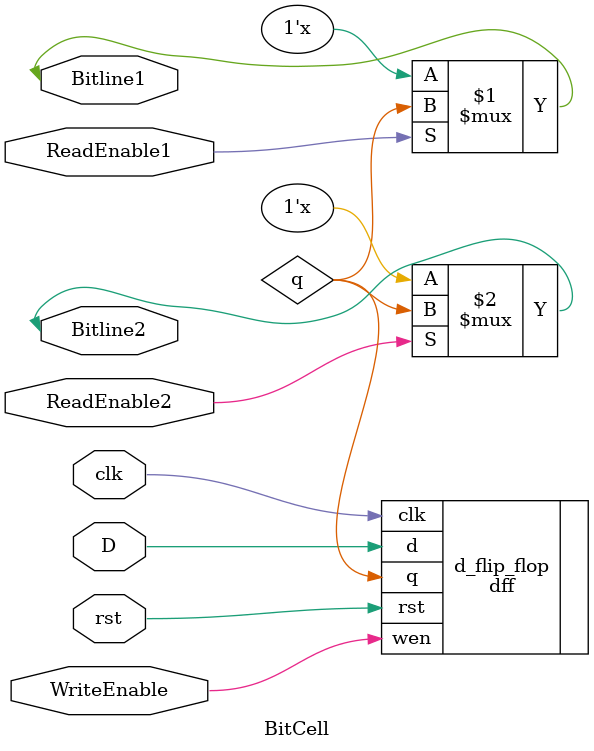
<source format=v>
module BitCell(clk, rst, D, WriteEnable, ReadEnable1, ReadEnable2, Bitline1, Bitline2);
    input clk, rst, D, WriteEnable, ReadEnable1, ReadEnable2;
    inout Bitline1, Bitline2;
    wire q, D;

    dff d_flip_flop(.q(q), .d(D), .wen(WriteEnable), .clk(clk), .rst(rst));

    assign Bitline1 = (ReadEnable1) ? q : 1'bz;
    assign Bitline2 = (ReadEnable2) ? q : 1'bz;

endmodule
</source>
